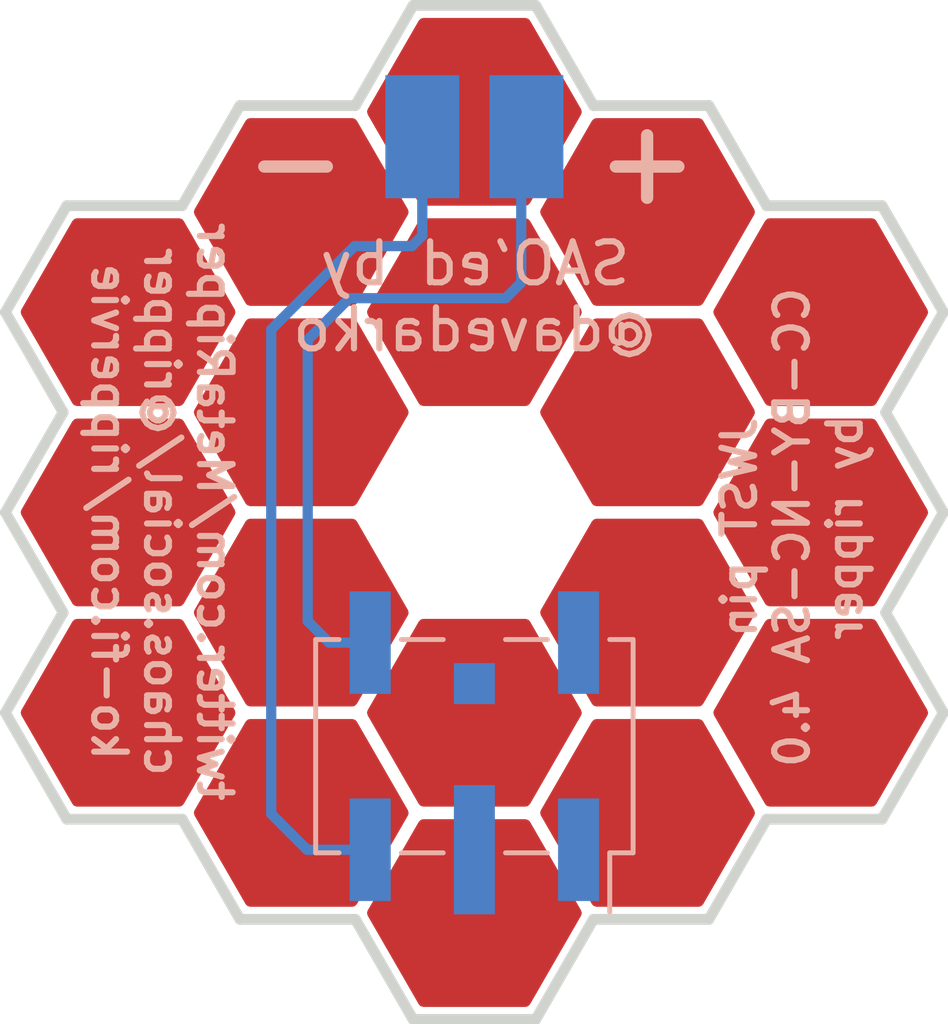
<source format=kicad_pcb>
(kicad_pcb (version 20211014) (generator pcbnew)
  (layers (0 "F.Cu" signal) (31 "B.Cu" signal) (34 "B.Paste" user) (35 "F.Paste" user) (36 "B.SilkS" user "B.Silkscreen") (37 "F.SilkS" user "F.Silkscreen") (38 "B.Mask" user) (39 "F.Mask" user) (44 "Edge.Cuts" user))
  (net 0 "")
  (footprint "Connector_PinHeader_2.54mm:PinHeader_2x03_P2.54mm_Vertical_SMD" (layer "B.Cu") (at 183.134 80.899 90)
    (fp_text reference "REF**" hide)
    (fp_text value "PinHeader_2x03_P2.54mm_Vertical_SMD" hide)
    (fp_line (start -2.6 -0.76) (end -2.6 -1.78) (layer "B.SilkS") (width 0.12))
    (fp_line (start -4.04 3.3) (end -2.6 3.3) (layer "B.SilkS") (width 0.12))
    (fp_line (start -2.6 3.87) (end -2.6 3.3) (layer "B.SilkS") (width 0.12))
    (fp_line (start 2.6 3.87) (end 2.6 3.3) (layer "B.SilkS") (width 0.12))
    (fp_line (start 2.6 -0.76) (end 2.6 -1.78) (layer "B.SilkS") (width 0.12))
    (fp_line (start -2.6 1.78) (end -2.6 0.76) (layer "B.SilkS") (width 0.12))
    (fp_line (start -2.6 -3.87) (end 2.6 -3.87) (layer "B.SilkS") (width 0.12))
    (fp_line (start -2.6 -3.3) (end -2.6 -3.87) (layer "B.SilkS") (width 0.12))
    (fp_line (start 2.6 1.78) (end 2.6 0.76) (layer "B.SilkS") (width 0.12))
    (fp_line (start 2.6 -3.3) (end 2.6 -3.87) (layer "B.SilkS") (width 0.12))
    (fp_line (start -2.6 3.87) (end 2.6 3.87) (layer "B.SilkS") (width 0.12))
    (pad "1" smd rect locked (at -2.525 2.54 90) (size 2.5 1) (layers "B.Cu" "B.Paste" "B.Mask"))
    (pad "2" smd rect locked (at 2.525 2.54 90) (size 2.5 1) (layers "B.Cu" "B.Paste" "B.Mask"))
    (pad "3" smd rect locked (at -2.525 0 90) (size 3.15 1) (layers "B.Cu" "B.Paste" "B.Mask"))
    (pad "4" smd rect (at 1.525 0 90) (size 1 1) (layers "B.Cu" "B.Paste" "B.Mask"))
    (pad "GND" smd rect locked (at -2.525 -2.54 90) (size 2.5 1) (layers "B.Cu" "B.Paste" "B.Mask"))
    (pad "VCC" smd rect locked (at 2.525 -2.54 90) (size 2.5 1) (layers "B.Cu" "B.Paste" "B.Mask"))
  )
  (footprint "LED_THT:LED_D5.0mm_Horizontal_O1.27mm_Z3.0mm_Clear" (layer "B.Cu") (at 184.404 66.04 180)
    (fp_text reference "REF**" hide)
    (fp_text value "LED_D5.0mm_Horizontal_O1.27mm_Z3.0mm_Clear" hide)
    (pad "1" smd rect (at 0 0 180) (size 1.8 3) (layers "B.Cu" "B.Paste" "B.Mask"))
    (pad "2" smd rect (at 2.54 0 180) (size 1.8 3) (layers "B.Cu" "B.Paste" "B.Mask"))
  )
  (gr_line (start 173.107318 77.642436) (end 173.107318 77.642436) (layer "Edge.Cuts") (width 0.264583))
  (gr_line (start 171.7 70.317317) (end 173.107318 72.759028) (layer "Edge.Cuts") (width 0.264583))
  (gr_line (start 193.073634 67.723002) (end 193.073634 67.723002) (layer "Edge.Cuts") (width 0.264583))
  (gr_line (start 173.195274 67.723017) (end 171.7 70.317317) (layer "Edge.Cuts") (width 0.264583))
  (gr_line (start 194.568908 75.200724) (end 194.568908 75.200724) (layer "Edge.Cuts") (width 0.264583))
  (gr_line (start 171.7 70.317317) (end 171.7 70.317317) (layer "Edge.Cuts") (width 0.264583))
  (gr_line (start 173.195274 82.678447) (end 173.195274 82.678447) (layer "Edge.Cuts") (width 0.264583))
  (gr_line (start 193.073634 82.678431) (end 194.568908 80.084132) (layer "Edge.Cuts") (width 0.264583))
  (gr_line (start 177.417228 85.120143) (end 177.417228 85.120143) (layer "Edge.Cuts") (width 0.264583))
  (gr_line (start 193.161594 72.759013) (end 193.161594 72.759013) (layer "Edge.Cuts") (width 0.264583))
  (gr_line (start 177.417228 65.281306) (end 176.00991 67.723017) (layer "Edge.Cuts") (width 0.264583))
  (gr_line (start 193.161594 77.642421) (end 194.568908 75.200724) (layer "Edge.Cuts") (width 0.264583))
  (gr_line (start 184.629729 62.839595) (end 184.629729 62.839595) (layer "Edge.Cuts") (width 0.264583))
  (gr_line (start 193.161594 77.642421) (end 193.161594 77.642421) (layer "Edge.Cuts") (width 0.264583))
  (gr_line (start 190.258998 82.678431) (end 193.073634 82.678431) (layer "Edge.Cuts") (width 0.264583))
  (gr_line (start 194.568908 70.317317) (end 193.073634 67.723002) (layer "Edge.Cuts") (width 0.264583))
  (gr_line (start 188.85168 65.281306) (end 188.85168 65.281306) (layer "Edge.Cuts") (width 0.264583))
  (gr_line (start 190.258998 67.723002) (end 190.258998 67.723002) (layer "Edge.Cuts") (width 0.264583))
  (gr_line (start 171.7 75.200724) (end 173.107318 77.642436) (layer "Edge.Cuts") (width 0.264583))
  (gr_line (start 177.417228 85.120143) (end 180.23186 85.120143) (layer "Edge.Cuts") (width 0.264583))
  (gr_line (start 180.23186 85.120143) (end 181.639178 87.561847) (layer "Edge.Cuts") (width 0.264583))
  (gr_line (start 173.195274 67.723017) (end 173.195274 67.723017) (layer "Edge.Cuts") (width 0.264583))
  (gr_line (start 188.85168 85.120143) (end 188.85168 85.120143) (layer "Edge.Cuts") (width 0.264583))
  (gr_line (start 194.568908 75.200724) (end 193.161594 72.759013) (layer "Edge.Cuts") (width 0.264583))
  (gr_line (start 176.00991 67.723017) (end 176.00991 67.723017) (layer "Edge.Cuts") (width 0.264583))
  (gr_line (start 188.85168 65.281306) (end 186.037048 65.281306) (layer "Edge.Cuts") (width 0.264583))
  (gr_line (start 171.7 75.200724) (end 171.7 75.200724) (layer "Edge.Cuts") (width 0.264583))
  (gr_line (start 186.037048 85.120143) (end 188.85168 85.120143) (layer "Edge.Cuts") (width 0.264583))
  (gr_line (start 173.107318 77.642436) (end 171.7 80.084132) (layer "Edge.Cuts") (width 0.264583))
  (gr_line (start 176.00991 67.723017) (end 173.195274 67.723017) (layer "Edge.Cuts") (width 0.264583))
  (gr_line (start 193.073634 82.678431) (end 193.073634 82.678431) (layer "Edge.Cuts") (width 0.264583))
  (gr_line (start 186.037048 65.281306) (end 186.037048 65.281306) (layer "Edge.Cuts") (width 0.264583))
  (gr_line (start 180.23186 65.281306) (end 180.23186 65.281306) (layer "Edge.Cuts") (width 0.264583))
  (gr_line (start 171.7 80.084132) (end 173.195274 82.678447) (layer "Edge.Cuts") (width 0.264583))
  (gr_line (start 171.7 80.084132) (end 171.7 80.084132) (layer "Edge.Cuts") (width 0.264583))
  (gr_line (start 176.00991 82.678447) (end 177.417228 85.120143) (layer "Edge.Cuts") (width 0.264583))
  (gr_line (start 181.639178 62.839595) (end 180.23186 65.281306) (layer "Edge.Cuts") (width 0.264583))
  (gr_line (start 194.568908 80.084132) (end 193.161594 77.642421) (layer "Edge.Cuts") (width 0.264583))
  (gr_line (start 173.195274 82.678447) (end 176.00991 82.678447) (layer "Edge.Cuts") (width 0.264583))
  (gr_line (start 186.037048 65.281306) (end 184.629729 62.839595) (layer "Edge.Cuts") (width 0.264583))
  (gr_line (start 181.639178 62.839595) (end 181.639178 62.839595) (layer "Edge.Cuts") (width 0.264583))
  (gr_line (start 173.107318 72.759028) (end 171.7 75.200724) (layer "Edge.Cuts") (width 0.264583))
  (gr_line (start 186.037048 85.120143) (end 186.037048 85.120143) (layer "Edge.Cuts") (width 0.264583))
  (gr_line (start 194.568908 80.084132) (end 194.568908 80.084132) (layer "Edge.Cuts") (width 0.264583))
  (gr_line (start 184.629729 87.561847) (end 184.629729 87.561847) (layer "Edge.Cuts") (width 0.264583))
  (gr_line (start 194.568908 70.317317) (end 194.568908 70.317317) (layer "Edge.Cuts") (width 0.264583))
  (gr_line (start 181.639178 87.561847) (end 181.639178 87.561847) (layer "Edge.Cuts") (width 0.264583))
  (gr_line (start 184.629729 62.839595) (end 181.639178 62.839595) (layer "Edge.Cuts") (width 0.264583))
  (gr_line (start 188.85168 85.120143) (end 190.258998 82.678431) (layer "Edge.Cuts") (width 0.264583))
  (gr_line (start 180.23186 65.281306) (end 177.417228 65.281306) (layer "Edge.Cuts") (width 0.264583))
  (gr_line (start 184.629729 87.561847) (end 186.037048 85.120143) (layer "Edge.Cuts") (width 0.264583))
  (gr_line (start 181.639178 87.561847) (end 184.629729 87.561847) (layer "Edge.Cuts") (width 0.264583))
  (gr_line (start 190.258998 82.678431) (end 190.258998 82.678431) (layer "Edge.Cuts") (width 0.264583))
  (gr_line (start 176.00991 82.678447) (end 176.00991 82.678447) (layer "Edge.Cuts") (width 0.264583))
  (gr_line (start 173.107318 72.759028) (end 173.107318 72.759028) (layer "Edge.Cuts") (width 0.264583))
  (gr_line (start 193.073634 67.723002) (end 190.258998 67.723002) (layer "Edge.Cuts") (width 0.264583))
  (gr_line (start 177.417228 65.281306) (end 177.417228 65.281306) (layer "Edge.Cuts") (width 0.264583))
  (gr_line (start 190.258998 67.723002) (end 188.85168 65.281306) (layer "Edge.Cuts") (width 0.264583))
  (gr_line (start 193.161594 72.759013) (end 194.568908 70.317317) (layer "Edge.Cuts") (width 0.264583))
  (gr_text "JWST pin\nCC-BY-NC-SA 4.0\nby ripper" (at 190.881 75.565 90) (layer "B.SilkS") (effects (font (size 0.8 0.8)) (justify mirror)))
  (gr_text "+    -" (at 183.06 66.62) (layer "B.SilkS") (effects (font (size 2 2) (thickness 0.3)) (justify mirror)))
  (gr_text "twitter.com/MetaRipper\nchaos.social/@ripper\nko-fi.com/rippervie" (at 175.514 75.184 270) (layer "B.SilkS") (effects (font (size 0.8 0.8)) (justify mirror)))
  (gr_text "SAO'ed by\n@davedarko" (at 183.15 69.94) (layer "B.SilkS") (effects (font (size 1 1)) (justify mirror)))
  (segment (start 179.07 77.851) (end 179.07 70.993) (width 0.25) (layer "B.Cu") (net 0))
  (segment (start 179.593 78.374) (end 179.07 77.851) (width 0.25) (layer "B.Cu") (net 0))
  (segment (start 180.594 78.374) (end 179.593 78.374) (width 0.25) (layer "B.Cu") (net 0))
  (segment (start 181.864 68.453) (end 181.864 66.294) (width 0.25) (layer "B.Cu") (net 0))
  (segment (start 180.086 69.977) (end 183.896 69.977) (width 0.25) (layer "B.Cu") (net 0))
  (segment (start 178.181 70.739) (end 180.213 68.707) (width 0.25) (layer "B.Cu") (net 0))
  (segment (start 180.213 68.707) (end 181.61 68.707) (width 0.25) (layer "B.Cu") (net 0))
  (segment (start 180.594 83.424) (end 179.055 83.424) (width 0.25) (layer "B.Cu") (net 0))
  (segment (start 178.181 82.55) (end 178.181 70.739) (width 0.25) (layer "B.Cu") (net 0))
  (segment (start 184.277 69.596) (end 184.277 66.04) (width 0.25) (layer "B.Cu") (net 0))
  (segment (start 183.896 69.977) (end 184.277 69.596) (width 0.25) (layer "B.Cu") (net 0))
  (segment (start 181.61 68.707) (end 181.864 68.453) (width 0.25) (layer "B.Cu") (net 0))
  (segment (start 179.07 70.993) (end 180.086 69.977) (width 0.25) (layer "B.Cu") (net 0))
  (segment (start 179.055 83.424) (end 178.181 82.55) (width 0.25) (layer "B.Cu") (net 0))
  (zone (net 0) (net_name "") (layer "F.Cu") (connect_pads (clearance 0)) (min_thickness 0.254) (fill yes (thermal_gap 0.508) (thermal_bridge_width 0.508))
    (polygon (pts (xy 177.329272 80.084132) (xy 176.00991 77.795039) (xy 173.371188 77.795039) (xy 172.05183 80.084132) (xy 173.371188 82.373225) (xy 176.00991 82.373225)))
  )
  (zone (net 0) (net_name "") (layer "F.Cu") (connect_pads (clearance 0)) (min_thickness 0.254) (fill yes (thermal_gap 0.508) (thermal_bridge_width 0.508))
    (polygon (pts (xy 188.675769 65.586512) (xy 186.037048 65.586512) (xy 184.717685 67.875605) (xy 186.037048 70.164698) (xy 188.675769 70.164698) (xy 189.995128 67.875605)))
  )
  (zone (net 0) (net_name "") (layer "F.Cu") (connect_pads (clearance 0.1)) (min_thickness 0.254) (fill yes (thermal_gap 0.508) (thermal_bridge_width 0.508))
    (polygon (pts (xy 181.815097 63.144801) (xy 180.495734 65.433894) (xy 181.815097 67.723002) (xy 184.453815 67.723002) (xy 185.773174 65.433894) (xy 184.453815 63.144801)))
  )
  (zone (net 0) (net_name "") (layer "F.Cu") (connect_pads (clearance 0)) (min_thickness 0.254) (fill yes (thermal_gap 0.508) (thermal_bridge_width 0.508))
    (polygon (pts (xy 180.23186 84.814936) (xy 181.551223 82.525828) (xy 180.23186 80.236735) (xy 177.593143 80.236735) (xy 176.273784 82.525828) (xy 177.593143 84.814936)))
  )
  (zone (net 0) (net_name "") (layer "F.Cu") (connect_pads (clearance 0)) (min_thickness 0.254) (fill yes (thermal_gap 0.508) (thermal_bridge_width 0.508))
    (polygon (pts (xy 184.453815 87.256633) (xy 185.773174 84.96754) (xy 184.453815 82.678447) (xy 181.815097 82.678447) (xy 180.495734 84.96754) (xy 181.815097 87.256633)))
  )
  (zone (net 0) (net_name "") (layer "F.Cu") (connect_pads (clearance 0)) (min_thickness 0.254) (fill yes (thermal_gap 0.508) (thermal_bridge_width 0.508))
    (polygon (pts (xy 190.258998 77.795039) (xy 188.939639 80.084132) (xy 190.258998 82.373225) (xy 192.89772 82.373225) (xy 194.217078 80.084132) (xy 192.89772 77.795039)))
  )
  (zone (net 0) (net_name "") (layer "F.Cu") (connect_pads (clearance 0)) (min_thickness 0.254) (fill yes (thermal_gap 0.508) (thermal_bridge_width 0.508))
    (polygon (pts (xy 173.371188 77.489817) (xy 176.00991 77.489817) (xy 177.329272 75.200724) (xy 176.00991 72.911616) (xy 173.371188 72.911616) (xy 172.05183 75.200724)))
  )
  (zone (net 0) (net_name "") (layer "F.Cu") (connect_pads (clearance 0.508)) (min_thickness 0.254) (fill yes (thermal_gap 0.508) (thermal_bridge_width 0.508))
    (polygon (pts (xy 184.453815 82.373225) (xy 185.773174 80.084132) (xy 184.453815 77.795039) (xy 181.815097 77.795039) (xy 180.495734 80.084132) (xy 181.815097 82.373225)))
  )
  (zone (net 0) (net_name "") (layer "F.Cu") (connect_pads (clearance 0.508)) (min_thickness 0.254) (fill yes (thermal_gap 0.508) (thermal_bridge_width 0.508))
    (polygon (pts (xy 184.453815 68.028224) (xy 181.815097 68.028224) (xy 180.495734 70.317317) (xy 181.815097 72.60641) (xy 184.453815 72.60641) (xy 185.773174 70.317317)))
  )
  (zone (net 0) (net_name "") (layer "F.Cu") (connect_pads (clearance 0.508)) (min_thickness 0.254) (fill yes (thermal_gap 0.508) (thermal_bridge_width 0.508))
    (polygon (pts (xy 186.037048 79.931529) (xy 188.675769 79.931529) (xy 189.995128 77.642421) (xy 188.675769 75.353328) (xy 186.037048 75.353328) (xy 184.717685 77.642421)))
  )
  (zone (net 0) (net_name "") (layer "F.Cu") (connect_pads (clearance 0.508)) (min_thickness 0.254) (fill yes (thermal_gap 0.508) (thermal_bridge_width 0.508))
    (polygon (pts (xy 184.717685 72.759028) (xy 186.037048 75.048121) (xy 188.675769 75.048121) (xy 189.995128 72.759028) (xy 188.675769 70.46992) (xy 186.037048 70.46992)))
  )
  (zone (net 0) (net_name "") (layer "F.Cu") (connect_pads (clearance 0)) (min_thickness 0.254) (fill yes (thermal_gap 0.508) (thermal_bridge_width 0.508))
    (polygon (pts (xy 192.89772 68.028224) (xy 190.258998 68.028224) (xy 188.939639 70.317317) (xy 190.258998 72.60641) (xy 192.89772 72.60641) (xy 194.217078 70.317317)))
  )
  (zone (net 0) (net_name "") (layer "F.Cu") (connect_pads (clearance 0.508)) (min_thickness 0.254) (fill yes (thermal_gap 0.508) (thermal_bridge_width 0.508))
    (polygon (pts (xy 177.593143 79.931529) (xy 180.23186 79.931529) (xy 181.551223 77.642421) (xy 180.23186 75.353328) (xy 177.593143 75.353328) (xy 176.273784 77.642421)))
  )
  (zone (net 0) (net_name "") (layer "F.Cu") (connect_pads (clearance 0)) (min_thickness 0.254) (fill yes (thermal_gap 0.508) (thermal_bridge_width 0.508))
    (polygon (pts (xy 192.89772 77.489817) (xy 194.217078 75.200724) (xy 192.89772 72.911616) (xy 190.258998 72.911616) (xy 188.939639 75.200724) (xy 190.258998 77.489817)))
  )
  (zone (net 0) (net_name "") (layer "F.Cu") (connect_pads (clearance 0)) (min_thickness 0.254) (fill yes (thermal_gap 0.508) (thermal_bridge_width 0.508))
    (polygon (pts (xy 176.00991 72.60641) (xy 177.329272 70.317317) (xy 176.00991 68.028224) (xy 173.371188 68.028224) (xy 172.05183 70.317317) (xy 173.371188 72.60641)))
  )
  (zone (net 0) (net_name "") (layer "F.Cu") (connect_pads (clearance 0)) (min_thickness 0.254) (fill yes (thermal_gap 0.508) (thermal_bridge_width 0.508))
    (polygon (pts (xy 177.593143 70.164698) (xy 180.23186 70.164698) (xy 181.551223 67.875605) (xy 180.23186 65.586512) (xy 177.593143 65.586512) (xy 176.273784 67.875605)))
  )
  (zone (net 0) (net_name "") (layer "F.Cu") (connect_pads (clearance 0)) (min_thickness 0.254) (fill yes (thermal_gap 0.508) (thermal_bridge_width 0.508))
    (polygon (pts (xy 186.037048 84.814936) (xy 188.675769 84.814936) (xy 189.995128 82.525843) (xy 188.675769 80.236735) (xy 186.037048 80.236735) (xy 184.717685 82.525843)))
  )
  (zone (net 0) (net_name "") (layer "F.Cu") (connect_pads (clearance 0.508)) (min_thickness 0.254) (fill yes (thermal_gap 0.508) (thermal_bridge_width 0.508))
    (polygon (pts (xy 177.593143 75.048121) (xy 180.23186 75.048121) (xy 181.551223 72.759013) (xy 180.23186 70.46992) (xy 177.593143 70.46992) (xy 176.273784 72.759013)))
  )
)
</source>
